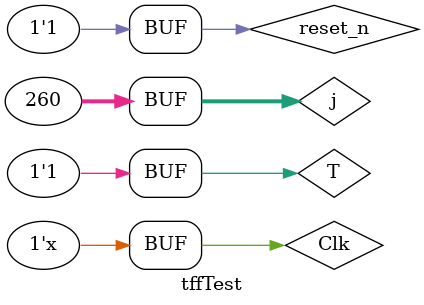
<source format=v>
`timescale 1ns / 1ps

module tffTest();

reg Clk;
reg reset_n;
reg T;
wire [7:0] Q;
integer j;

EightBitT DUT(.Clk(Clk), .reset_n(reset_n), .T(T), .Q(Q));

always #2 Clk = !Clk;

initial
    begin
    Clk = 0; reset_n = 0; T = 0;
    for(j=0; j<10; j=j+1)
    begin
        #4;
    end  
    Clk = 0; reset_n = 0; T = 1;
    for(j=0; j<260; j=j+1)
    begin
        #4;
    end
    Clk = 0; reset_n = 1; T = 0;
    for(j=0; j<10; j=j+1)
    begin
        #4;
    end
    Clk = 0; reset_n = 1; T = 1;
    for(j=0; j<260; j=j+1)
    begin
        #4;
    end
end 
endmodule

</source>
